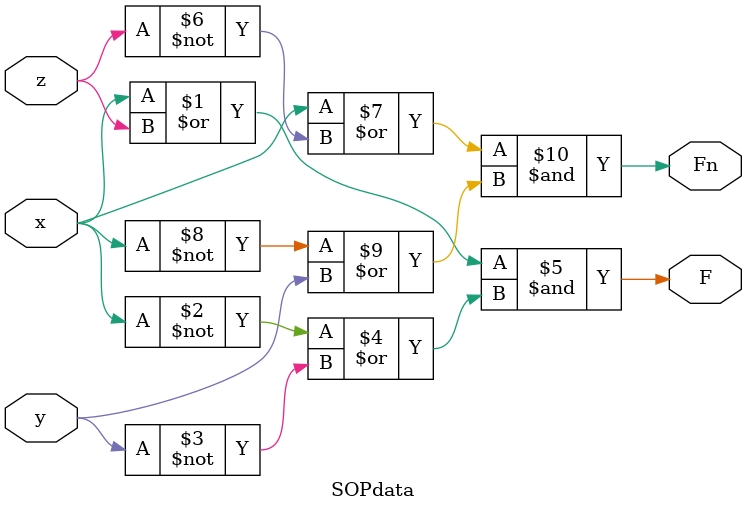
<source format=v>
module SOPdata(x,y,z,F,Fn);
input x,y,z;
output F,Fn;
assign F= (x|z)&(~x|~y);
assign Fn = (x|~z)&(~x|y);
endmodule

</source>
